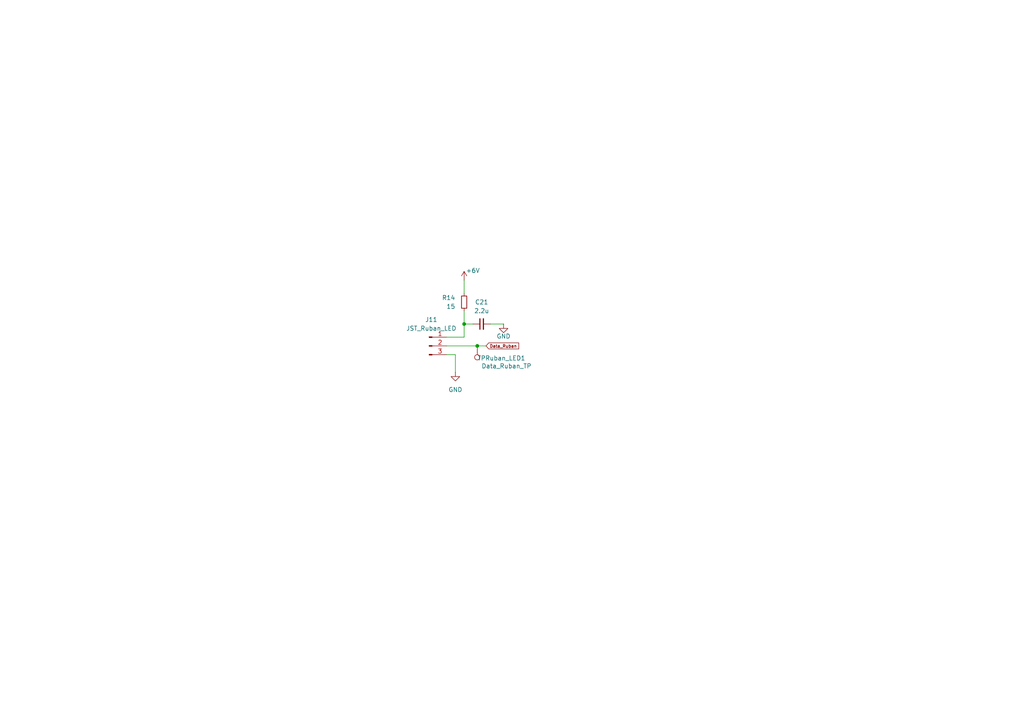
<source format=kicad_sch>
(kicad_sch (version 20250114) (generator "eeschema") (generator_version "9.0")
  (paper "A4")
  (lib_symbols
    (symbol "Connector:Conn_01x03_Pin" (pin_names (offset 1.016) (hide yes))
      (property "Reference" "J" (at 0 5.08 0))
      (property "Value" "Conn_01x03_Pin" (at 0 -5.08 0))
      (symbol "Conn_01x03_Pin_1_1"
        (rectangle (start 0.8636 2.667) (end 0 2.413) (stroke (width 0.1524)) (fill (type outline)))
        (rectangle (start 0.8636 0.127) (end 0 -0.127) (stroke (width 0.1524)) (fill (type outline)))
        (rectangle (start 0.8636 -2.413) (end 0 -2.667) (stroke (width 0.1524)) (fill (type outline)))
        (polyline (pts (xy 1.27 2.54) (xy 0.8636 2.54)) (stroke (width 0.1524)))
        (polyline (pts (xy 1.27 0) (xy 0.8636 0)) (stroke (width 0.1524)))
        (polyline (pts (xy 1.27 -2.54) (xy 0.8636 -2.54)) (stroke (width 0.1524)))
        (pin passive line (at 5.08 2.54 180) (length 3.81) (name "Pin_1") (number "1"))
        (pin passive line (at 5.08 0 180) (length 3.81) (name "Pin_2") (number "2"))
        (pin passive line (at 5.08 -2.54 180) (length 3.81) (name "Pin_3") (number "3"))
      )
    )
    (symbol "Connector:TestPoint" (pin_numbers (hide yes)) (pin_names (offset 0.762) (hide yes))
      (property "Reference" "TP" (at 0 6.858 0))
      (property "Value" "TestPoint" (at 0 5.08 0))
      (symbol "TestPoint_0_1"
        (circle (center 0 3.302) (radius 0.762))
      )
      (symbol "TestPoint_1_1"
        (pin passive line (at 0 0 90) (length 2.54) (name "1") (number "1"))
      )
    )
    (symbol "Device:C_Small" (pin_numbers (hide yes)) (pin_names (offset 0.254) (hide yes))
      (property "Reference" "C" (at 0.254 1.778 0))
      (property "Value" "C_Small" (at 0.254 -2.032 0))
      (symbol "C_Small_0_1"
        (polyline (pts (xy -1.524 0.508) (xy 1.524 0.508)) (stroke (width 0.3048)))
        (polyline (pts (xy -1.524 -0.508) (xy 1.524 -0.508)) (stroke (width 0.3302)))
      )
      (symbol "C_Small_1_1"
        (pin passive line (at 0 2.54 270) (length 2.032) (name "~") (number "1"))
        (pin passive line (at 0 -2.54 90) (length 2.032) (name "~") (number "2"))
      )
    )
    (symbol "Device:R_Small" (pin_numbers (hide yes)) (pin_names (offset 0.254) (hide yes))
      (property "Reference" "R" (at 0.762 0.508 0))
      (property "Value" "R_Small" (at 0.762 -1.016 0))
      (symbol "R_Small_0_1"
        (rectangle (start -0.762 1.778) (end 0.762 -1.778) (stroke (width 0.2032)))
      )
      (symbol "R_Small_1_1"
        (pin passive line (at 0 2.54 270) (length 0.762) (name "~") (number "1"))
        (pin passive line (at 0 -2.54 90) (length 0.762) (name "~") (number "2"))
      )
    )
    (symbol "PAMI-Power_Board_specific_symbols:+6V" (power) (pin_numbers (hide yes)) (pin_names (offset 0) (hide yes))
      (property "Value" "+6V" (at 0 3.556 0))
      (symbol "+6V_0_1"
        (polyline (pts (xy -0.762 1.27) (xy 0 2.54)))
        (polyline (pts (xy 0 2.54) (xy 0.762 1.27)))
        (polyline (pts (xy 0 0) (xy 0 2.54)))
      )
      (symbol "+6V_1_1"
        (pin power_in line (at 0 0 90) (length 0) (name "~") (number "1"))
      )
    )
    (symbol "power:GND" (power) (pin_numbers (hide yes)) (pin_names (offset 0) (hide yes))
      (property "Value" "GND" (at 0 -3.81 0))
      (symbol "GND_0_1"
        (polyline (pts (xy 0 0) (xy 0 -1.27) (xy 1.27 -1.27) (xy 0 -2.54) (xy -1.27 -1.27) (xy 0 -1.27)))
      )
      (symbol "GND_1_1"
        (pin power_in line (at 0 0 270) (length 0) (name "~") (number "1"))
      )
    )
  )
  (junction (at 134.62 93.98))
  (junction (at 138.43 100.33))
  (wire (pts (xy 140.97 100.33) (xy 138.43 100.33)))
  (wire (pts (xy 129.54 97.79) (xy 134.62 97.79)))
  (wire (pts (xy 134.62 93.98) (xy 134.62 97.79)))
  (wire (pts (xy 129.54 102.87) (xy 132.08 102.87)))
  (wire (pts (xy 138.43 100.33) (xy 129.54 100.33)))
  (wire (pts (xy 134.62 90.17) (xy 134.62 93.98)))
  (wire (pts (xy 132.08 102.87) (xy 132.08 107.95)))
  (wire (pts (xy 134.62 93.98) (xy 137.16 93.98)))
  (wire (pts (xy 134.62 81.28) (xy 134.62 85.09)))
  (wire (pts (xy 142.24 93.98) (xy 146.05 93.98)))
  (global_label "Data_Ruban" (shape input) (at 140.97 100.33 0) (effects (font (size 0.889 0.889))) (property "Intersheetrefs" "${INTERSHEET_REFS}" (effects (hide yes))))
  (symbol (lib_id "Connector:Conn_01x03_Pin") (at 124.46 100.33 0) (unit 1)
    (property "Reference" "J11" (at 125.095 92.71 0))
    (property "Value" "JST_Ruban_LED" (at 125.095 95.25 0))
    (property "Footprint" "Connector_JST:JST_PH_B3B-PH-K_1x03_P2.00mm_Vertical" (effects (hide yes)))
    (property "Description" "Generic connector, single row, 01x03, script generated" (effects (hide yes)))
  )
  (symbol (lib_id "PAMI-Power_Board_specific_symbols:+6V") (at 134.62 81.28 0) (unit 1)
    (property "Reference" "#PWR057" (effects (hide yes)))
    (property "Value" "+6V" (at 137.16 78.486 0))
    (property "Description" "Power symbol creates a global label with name \"+6V\"" (effects (hide yes)))
  )
  (symbol (lib_id "power:GND") (at 146.05 93.98 0) (unit 1)
    (property "Reference" "#PWR084" (effects (hide yes)))
    (property "Value" "GND" (at 146.05 97.536 0))
    (property "Description" "Power symbol creates a global label with name \"GND\" , ground" (effects (hide yes)))
  )
  (symbol (lib_id "power:GND") (at 132.08 107.95 0) (unit 1)
    (property "Reference" "#PWR085" (effects (hide yes)))
    (property "Value" "GND" (at 132.08 113.03 0))
    (property "Description" "Power symbol creates a global label with name \"GND\" , ground" (effects (hide yes)))
  )
  (symbol (lib_id "Device:C_Small") (at 139.7 93.98 90) (unit 1)
    (property "Reference" "C21" (at 139.7063 87.63 90))
    (property "Value" "2.2u" (at 139.7063 90.17 90))
    (property "Footprint" "Capacitor_SMD:C_0805_2012Metric_Pad1.18x1.45mm_HandSolder" (effects (hide yes)))
    (property "Description" "Unpolarized capacitor, small symbol" (effects (hide yes)))
  )
  (symbol (lib_id "Connector:TestPoint") (at 138.43 100.33 180) (unit 1)
    (property "Reference" "TPRuban_LED1" (at 152.4 103.886 0) (effects (justify left)))
    (property "Value" "Data_Ruban_TP" (at 154.178 106.172 0) (effects (justify left)))
    (property "Footprint" "Test_hooks:S275146R" (effects (hide yes)))
    (property "Description" "test point" (effects (hide yes)))
  )
  (symbol (lib_id "Device:R_Small") (at 134.62 87.63 0) (mirror y) (unit 1)
    (property "Reference" "R14" (at 132.08 86.3599 0) (effects (justify left)))
    (property "Value" "15" (at 132.08 88.8999 0) (effects (justify left)))
    (property "Footprint" "Resistor_SMD:R_0805_2012Metric_Pad1.20x1.40mm_HandSolder" (effects (hide yes)))
    (property "Description" "Resistor, small symbol" (effects (hide yes)))
  )
)
</source>
